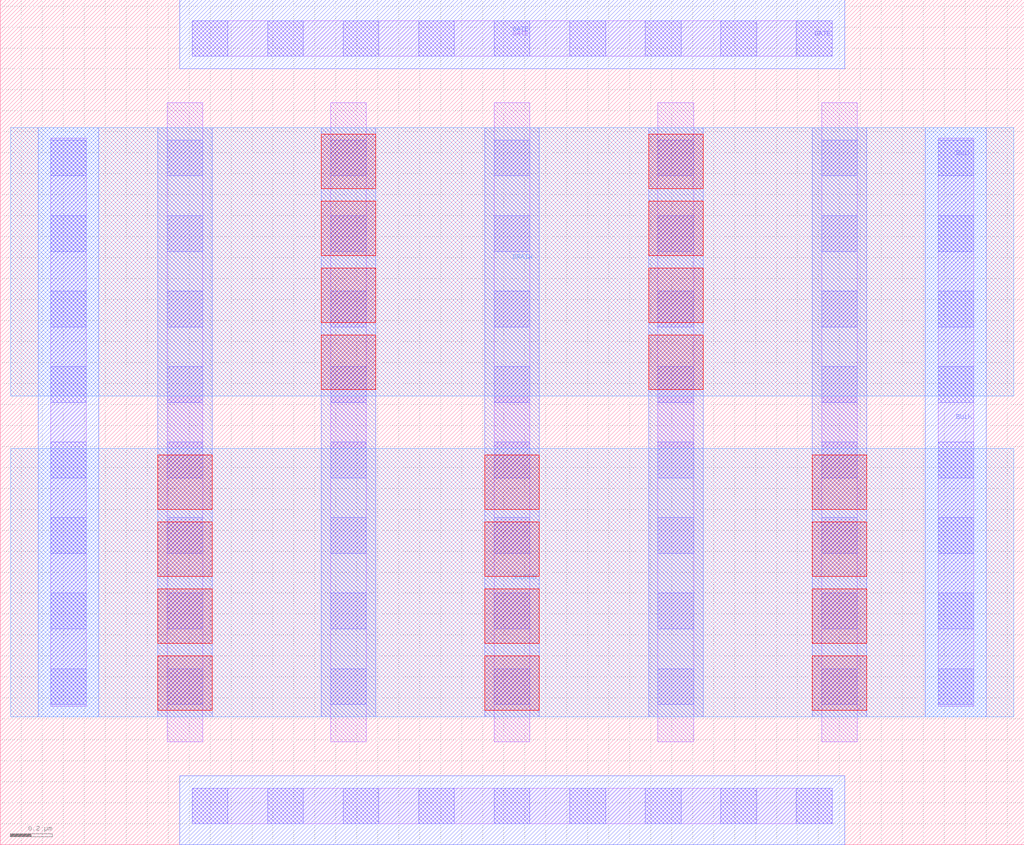
<source format=lef>
# Copyright 2020 The SkyWater PDK Authors
#
# Licensed under the Apache License, Version 2.0 (the "License");
# you may not use this file except in compliance with the License.
# You may obtain a copy of the License at
#
#     https://www.apache.org/licenses/LICENSE-2.0
#
# Unless required by applicable law or agreed to in writing, software
# distributed under the License is distributed on an "AS IS" BASIS,
# WITHOUT WARRANTIES OR CONDITIONS OF ANY KIND, either express or implied.
# See the License for the specific language governing permissions and
# limitations under the License.
#
# SPDX-License-Identifier: Apache-2.0

VERSION 5.7 ;
  NOWIREEXTENSIONATPIN ON ;
  DIVIDERCHAR "/" ;
  BUSBITCHARS "[]" ;
MACRO sky130_fd_pr__rf_pfet_01v8_lvt_aM04W3p00L0p50
  CLASS BLOCK ;
  FOREIGN sky130_fd_pr__rf_pfet_01v8_lvt_aM04W3p00L0p50 ;
  ORIGIN  0.000000  0.000000 ;
  SIZE  4.880000 BY  4.030000 ;
  PIN BULK
    ANTENNADIFFAREA  1.745800 ;
    PORT
      LAYER li1 ;
        RECT 0.240000 0.660000 0.410000 3.370000 ;
        RECT 4.470000 0.660000 4.640000 3.370000 ;
      LAYER mcon ;
        RECT 0.240000 0.670000 0.410000 0.840000 ;
        RECT 0.240000 1.030000 0.410000 1.200000 ;
        RECT 0.240000 1.390000 0.410000 1.560000 ;
        RECT 0.240000 1.750000 0.410000 1.920000 ;
        RECT 0.240000 2.110000 0.410000 2.280000 ;
        RECT 0.240000 2.470000 0.410000 2.640000 ;
        RECT 0.240000 2.830000 0.410000 3.000000 ;
        RECT 0.240000 3.190000 0.410000 3.360000 ;
        RECT 4.470000 0.670000 4.640000 0.840000 ;
        RECT 4.470000 1.030000 4.640000 1.200000 ;
        RECT 4.470000 1.390000 4.640000 1.560000 ;
        RECT 4.470000 1.750000 4.640000 1.920000 ;
        RECT 4.470000 2.110000 4.640000 2.280000 ;
        RECT 4.470000 2.470000 4.640000 2.640000 ;
        RECT 4.470000 2.830000 4.640000 3.000000 ;
        RECT 4.470000 3.190000 4.640000 3.360000 ;
    END
    PORT
      LAYER met1 ;
        RECT 0.180000 0.610000 0.470000 3.420000 ;
        RECT 4.410000 0.610000 4.700000 3.420000 ;
    END
  END BULK
  PIN DRAIN
    ANTENNADIFFAREA  1.685600 ;
    PORT
      LAYER met2 ;
        RECT 0.050000 2.140000 4.830000 3.420000 ;
    END
  END DRAIN
  PIN GATE
    ANTENNAGATEAREA  6.020000 ;
    PORT
      LAYER li1 ;
        RECT 0.915000 0.100000 3.965000 0.270000 ;
        RECT 0.915000 3.760000 3.965000 3.930000 ;
      LAYER mcon ;
        RECT 0.915000 0.100000 1.085000 0.270000 ;
        RECT 0.915000 3.760000 1.085000 3.930000 ;
        RECT 1.275000 0.100000 1.445000 0.270000 ;
        RECT 1.275000 3.760000 1.445000 3.930000 ;
        RECT 1.635000 0.100000 1.805000 0.270000 ;
        RECT 1.635000 3.760000 1.805000 3.930000 ;
        RECT 1.995000 0.100000 2.165000 0.270000 ;
        RECT 1.995000 3.760000 2.165000 3.930000 ;
        RECT 2.355000 0.100000 2.525000 0.270000 ;
        RECT 2.355000 3.760000 2.525000 3.930000 ;
        RECT 2.715000 0.100000 2.885000 0.270000 ;
        RECT 2.715000 3.760000 2.885000 3.930000 ;
        RECT 3.075000 0.100000 3.245000 0.270000 ;
        RECT 3.075000 3.760000 3.245000 3.930000 ;
        RECT 3.435000 0.100000 3.605000 0.270000 ;
        RECT 3.435000 3.760000 3.605000 3.930000 ;
        RECT 3.795000 0.100000 3.965000 0.270000 ;
        RECT 3.795000 3.760000 3.965000 3.930000 ;
    END
    PORT
      LAYER met1 ;
        RECT 0.855000 0.000000 4.025000 0.330000 ;
        RECT 0.855000 3.700000 4.025000 4.030000 ;
    END
  END GATE
  PIN SOURCE
    ANTENNADIFFAREA  2.528400 ;
    PORT
      LAYER met2 ;
        RECT 0.050000 0.610000 4.830000 1.890000 ;
    END
  END SOURCE
  OBS
    LAYER li1 ;
      RECT 0.795000 0.490000 0.965000 3.540000 ;
      RECT 1.575000 0.490000 1.745000 3.540000 ;
      RECT 2.355000 0.490000 2.525000 3.540000 ;
      RECT 3.135000 0.490000 3.305000 3.540000 ;
      RECT 3.915000 0.490000 4.085000 3.540000 ;
    LAYER mcon ;
      RECT 0.795000 0.670000 0.965000 0.840000 ;
      RECT 0.795000 1.030000 0.965000 1.200000 ;
      RECT 0.795000 1.390000 0.965000 1.560000 ;
      RECT 0.795000 1.750000 0.965000 1.920000 ;
      RECT 0.795000 2.110000 0.965000 2.280000 ;
      RECT 0.795000 2.470000 0.965000 2.640000 ;
      RECT 0.795000 2.830000 0.965000 3.000000 ;
      RECT 0.795000 3.190000 0.965000 3.360000 ;
      RECT 1.575000 0.670000 1.745000 0.840000 ;
      RECT 1.575000 1.030000 1.745000 1.200000 ;
      RECT 1.575000 1.390000 1.745000 1.560000 ;
      RECT 1.575000 1.750000 1.745000 1.920000 ;
      RECT 1.575000 2.110000 1.745000 2.280000 ;
      RECT 1.575000 2.470000 1.745000 2.640000 ;
      RECT 1.575000 2.830000 1.745000 3.000000 ;
      RECT 1.575000 3.190000 1.745000 3.360000 ;
      RECT 2.355000 0.670000 2.525000 0.840000 ;
      RECT 2.355000 1.030000 2.525000 1.200000 ;
      RECT 2.355000 1.390000 2.525000 1.560000 ;
      RECT 2.355000 1.750000 2.525000 1.920000 ;
      RECT 2.355000 2.110000 2.525000 2.280000 ;
      RECT 2.355000 2.470000 2.525000 2.640000 ;
      RECT 2.355000 2.830000 2.525000 3.000000 ;
      RECT 2.355000 3.190000 2.525000 3.360000 ;
      RECT 3.135000 0.670000 3.305000 0.840000 ;
      RECT 3.135000 1.030000 3.305000 1.200000 ;
      RECT 3.135000 1.390000 3.305000 1.560000 ;
      RECT 3.135000 1.750000 3.305000 1.920000 ;
      RECT 3.135000 2.110000 3.305000 2.280000 ;
      RECT 3.135000 2.470000 3.305000 2.640000 ;
      RECT 3.135000 2.830000 3.305000 3.000000 ;
      RECT 3.135000 3.190000 3.305000 3.360000 ;
      RECT 3.915000 0.670000 4.085000 0.840000 ;
      RECT 3.915000 1.030000 4.085000 1.200000 ;
      RECT 3.915000 1.390000 4.085000 1.560000 ;
      RECT 3.915000 1.750000 4.085000 1.920000 ;
      RECT 3.915000 2.110000 4.085000 2.280000 ;
      RECT 3.915000 2.470000 4.085000 2.640000 ;
      RECT 3.915000 2.830000 4.085000 3.000000 ;
      RECT 3.915000 3.190000 4.085000 3.360000 ;
    LAYER met1 ;
      RECT 0.750000 0.610000 1.010000 3.420000 ;
      RECT 1.530000 0.610000 1.790000 3.420000 ;
      RECT 2.310000 0.610000 2.570000 3.420000 ;
      RECT 3.090000 0.610000 3.350000 3.420000 ;
      RECT 3.870000 0.610000 4.130000 3.420000 ;
    LAYER via ;
      RECT 0.750000 0.640000 1.010000 0.900000 ;
      RECT 0.750000 0.960000 1.010000 1.220000 ;
      RECT 0.750000 1.280000 1.010000 1.540000 ;
      RECT 0.750000 1.600000 1.010000 1.860000 ;
      RECT 1.530000 2.170000 1.790000 2.430000 ;
      RECT 1.530000 2.490000 1.790000 2.750000 ;
      RECT 1.530000 2.810000 1.790000 3.070000 ;
      RECT 1.530000 3.130000 1.790000 3.390000 ;
      RECT 2.310000 0.640000 2.570000 0.900000 ;
      RECT 2.310000 0.960000 2.570000 1.220000 ;
      RECT 2.310000 1.280000 2.570000 1.540000 ;
      RECT 2.310000 1.600000 2.570000 1.860000 ;
      RECT 3.090000 2.170000 3.350000 2.430000 ;
      RECT 3.090000 2.490000 3.350000 2.750000 ;
      RECT 3.090000 2.810000 3.350000 3.070000 ;
      RECT 3.090000 3.130000 3.350000 3.390000 ;
      RECT 3.870000 0.640000 4.130000 0.900000 ;
      RECT 3.870000 0.960000 4.130000 1.220000 ;
      RECT 3.870000 1.280000 4.130000 1.540000 ;
      RECT 3.870000 1.600000 4.130000 1.860000 ;
  END
END sky130_fd_pr__rf_pfet_01v8_lvt_aM04W3p00L0p50
END LIBRARY

</source>
